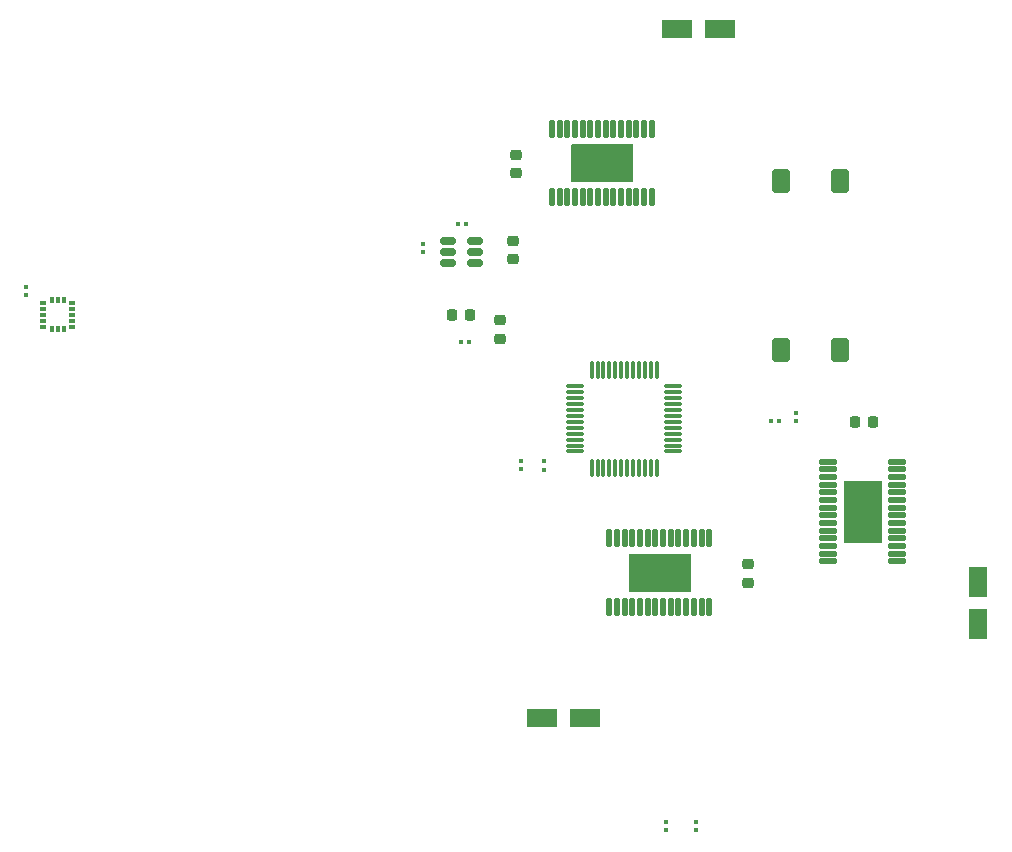
<source format=gbr>
%TF.GenerationSoftware,KiCad,Pcbnew,9.0.3*%
%TF.CreationDate,2026-01-19T22:35:58+02:00*%
%TF.ProjectId,GimbalBoard,47696d62-616c-4426-9f61-72642e6b6963,rev?*%
%TF.SameCoordinates,Original*%
%TF.FileFunction,Paste,Top*%
%TF.FilePolarity,Positive*%
%FSLAX46Y46*%
G04 Gerber Fmt 4.6, Leading zero omitted, Abs format (unit mm)*
G04 Created by KiCad (PCBNEW 9.0.3) date 2026-01-19 22:35:58*
%MOMM*%
%LPD*%
G01*
G04 APERTURE LIST*
G04 Aperture macros list*
%AMRoundRect*
0 Rectangle with rounded corners*
0 $1 Rounding radius*
0 $2 $3 $4 $5 $6 $7 $8 $9 X,Y pos of 4 corners*
0 Add a 4 corners polygon primitive as box body*
4,1,4,$2,$3,$4,$5,$6,$7,$8,$9,$2,$3,0*
0 Add four circle primitives for the rounded corners*
1,1,$1+$1,$2,$3*
1,1,$1+$1,$4,$5*
1,1,$1+$1,$6,$7*
1,1,$1+$1,$8,$9*
0 Add four rect primitives between the rounded corners*
20,1,$1+$1,$2,$3,$4,$5,0*
20,1,$1+$1,$4,$5,$6,$7,0*
20,1,$1+$1,$6,$7,$8,$9,0*
20,1,$1+$1,$8,$9,$2,$3,0*%
G04 Aperture macros list end*
%ADD10C,0.010000*%
%ADD11RoundRect,0.079500X0.100500X-0.079500X0.100500X0.079500X-0.100500X0.079500X-0.100500X-0.079500X0*%
%ADD12RoundRect,0.079500X-0.100500X0.079500X-0.100500X-0.079500X0.100500X-0.079500X0.100500X0.079500X0*%
%ADD13RoundRect,0.079500X-0.079500X-0.100500X0.079500X-0.100500X0.079500X0.100500X-0.079500X0.100500X0*%
%ADD14RoundRect,0.250000X-0.500000X0.750000X-0.500000X-0.750000X0.500000X-0.750000X0.500000X0.750000X0*%
%ADD15RoundRect,0.045000X0.705000X0.180000X-0.705000X0.180000X-0.705000X-0.180000X0.705000X-0.180000X0*%
%ADD16RoundRect,0.250000X-1.050000X-0.550000X1.050000X-0.550000X1.050000X0.550000X-1.050000X0.550000X0*%
%ADD17RoundRect,0.225000X-0.250000X0.225000X-0.250000X-0.225000X0.250000X-0.225000X0.250000X0.225000X0*%
%ADD18RoundRect,0.250000X-0.550000X1.050000X-0.550000X-1.050000X0.550000X-1.050000X0.550000X1.050000X0*%
%ADD19RoundRect,0.225000X0.250000X-0.225000X0.250000X0.225000X-0.250000X0.225000X-0.250000X-0.225000X0*%
%ADD20RoundRect,0.075000X-0.662500X-0.075000X0.662500X-0.075000X0.662500X0.075000X-0.662500X0.075000X0*%
%ADD21RoundRect,0.075000X-0.075000X-0.662500X0.075000X-0.662500X0.075000X0.662500X-0.075000X0.662500X0*%
%ADD22RoundRect,0.250000X1.050000X0.550000X-1.050000X0.550000X-1.050000X-0.550000X1.050000X-0.550000X0*%
%ADD23RoundRect,0.045000X0.180000X-0.705000X0.180000X0.705000X-0.180000X0.705000X-0.180000X-0.705000X0*%
%ADD24RoundRect,0.225000X-0.225000X-0.250000X0.225000X-0.250000X0.225000X0.250000X-0.225000X0.250000X0*%
%ADD25RoundRect,0.079500X0.079500X0.100500X-0.079500X0.100500X-0.079500X-0.100500X0.079500X-0.100500X0*%
%ADD26RoundRect,0.045000X-0.180000X0.705000X-0.180000X-0.705000X0.180000X-0.705000X0.180000X0.705000X0*%
%ADD27RoundRect,0.150000X0.512500X0.150000X-0.512500X0.150000X-0.512500X-0.150000X0.512500X-0.150000X0*%
%ADD28RoundRect,0.225000X0.225000X0.250000X-0.225000X0.250000X-0.225000X-0.250000X0.225000X-0.250000X0*%
%ADD29RoundRect,0.087500X-0.187500X-0.087500X0.187500X-0.087500X0.187500X0.087500X-0.187500X0.087500X0*%
%ADD30RoundRect,0.087500X-0.087500X-0.187500X0.087500X-0.187500X0.087500X0.187500X-0.087500X0.187500X0*%
G04 APERTURE END LIST*
D10*
%TO.C,U6*%
X179058000Y-89061000D02*
X179060000Y-89061000D01*
X179063000Y-89062000D01*
X179065000Y-89062000D01*
X179068000Y-89063000D01*
X179070000Y-89064000D01*
X179073000Y-89065000D01*
X179075000Y-89067000D01*
X179077000Y-89068000D01*
X179079000Y-89070000D01*
X179081000Y-89071000D01*
X179083000Y-89073000D01*
X179085000Y-89075000D01*
X179087000Y-89077000D01*
X179089000Y-89079000D01*
X179090000Y-89081000D01*
X179092000Y-89083000D01*
X179093000Y-89085000D01*
X179095000Y-89087000D01*
X179096000Y-89090000D01*
X179097000Y-89092000D01*
X179098000Y-89095000D01*
X179098000Y-89097000D01*
X179099000Y-89100000D01*
X179099000Y-89102000D01*
X179100000Y-89105000D01*
X179100000Y-89107000D01*
X179100000Y-89110000D01*
X179100000Y-94190000D01*
X179100000Y-94193000D01*
X179100000Y-94195000D01*
X179099000Y-94198000D01*
X179099000Y-94200000D01*
X179098000Y-94203000D01*
X179098000Y-94205000D01*
X179097000Y-94208000D01*
X179096000Y-94210000D01*
X179095000Y-94213000D01*
X179093000Y-94215000D01*
X179092000Y-94217000D01*
X179090000Y-94219000D01*
X179089000Y-94221000D01*
X179087000Y-94223000D01*
X179085000Y-94225000D01*
X179083000Y-94227000D01*
X179081000Y-94229000D01*
X179079000Y-94230000D01*
X179077000Y-94232000D01*
X179075000Y-94233000D01*
X179073000Y-94235000D01*
X179070000Y-94236000D01*
X179068000Y-94237000D01*
X179065000Y-94238000D01*
X179063000Y-94238000D01*
X179060000Y-94239000D01*
X179058000Y-94239000D01*
X179055000Y-94240000D01*
X179053000Y-94240000D01*
X179050000Y-94240000D01*
X176050000Y-94240000D01*
X176047000Y-94240000D01*
X176045000Y-94240000D01*
X176042000Y-94239000D01*
X176040000Y-94239000D01*
X176037000Y-94238000D01*
X176035000Y-94238000D01*
X176032000Y-94237000D01*
X176030000Y-94236000D01*
X176027000Y-94235000D01*
X176025000Y-94233000D01*
X176023000Y-94232000D01*
X176021000Y-94230000D01*
X176019000Y-94229000D01*
X176017000Y-94227000D01*
X176015000Y-94225000D01*
X176013000Y-94223000D01*
X176011000Y-94221000D01*
X176010000Y-94219000D01*
X176008000Y-94217000D01*
X176007000Y-94215000D01*
X176005000Y-94213000D01*
X176004000Y-94210000D01*
X176003000Y-94208000D01*
X176002000Y-94205000D01*
X176002000Y-94203000D01*
X176001000Y-94200000D01*
X176001000Y-94198000D01*
X176000000Y-94195000D01*
X176000000Y-94193000D01*
X176000000Y-94190000D01*
X176000000Y-89110000D01*
X176000000Y-89107000D01*
X176000000Y-89105000D01*
X176001000Y-89102000D01*
X176001000Y-89100000D01*
X176002000Y-89097000D01*
X176002000Y-89095000D01*
X176003000Y-89092000D01*
X176004000Y-89090000D01*
X176005000Y-89087000D01*
X176007000Y-89085000D01*
X176008000Y-89083000D01*
X176010000Y-89081000D01*
X176011000Y-89079000D01*
X176013000Y-89077000D01*
X176015000Y-89075000D01*
X176017000Y-89073000D01*
X176019000Y-89071000D01*
X176021000Y-89070000D01*
X176023000Y-89068000D01*
X176025000Y-89067000D01*
X176027000Y-89065000D01*
X176030000Y-89064000D01*
X176032000Y-89063000D01*
X176035000Y-89062000D01*
X176037000Y-89062000D01*
X176040000Y-89061000D01*
X176042000Y-89061000D01*
X176045000Y-89060000D01*
X176047000Y-89060000D01*
X176050000Y-89060000D01*
X179050000Y-89060000D01*
X179053000Y-89060000D01*
X179055000Y-89060000D01*
X179058000Y-89061000D01*
G36*
X179058000Y-89061000D02*
G01*
X179060000Y-89061000D01*
X179063000Y-89062000D01*
X179065000Y-89062000D01*
X179068000Y-89063000D01*
X179070000Y-89064000D01*
X179073000Y-89065000D01*
X179075000Y-89067000D01*
X179077000Y-89068000D01*
X179079000Y-89070000D01*
X179081000Y-89071000D01*
X179083000Y-89073000D01*
X179085000Y-89075000D01*
X179087000Y-89077000D01*
X179089000Y-89079000D01*
X179090000Y-89081000D01*
X179092000Y-89083000D01*
X179093000Y-89085000D01*
X179095000Y-89087000D01*
X179096000Y-89090000D01*
X179097000Y-89092000D01*
X179098000Y-89095000D01*
X179098000Y-89097000D01*
X179099000Y-89100000D01*
X179099000Y-89102000D01*
X179100000Y-89105000D01*
X179100000Y-89107000D01*
X179100000Y-89110000D01*
X179100000Y-94190000D01*
X179100000Y-94193000D01*
X179100000Y-94195000D01*
X179099000Y-94198000D01*
X179099000Y-94200000D01*
X179098000Y-94203000D01*
X179098000Y-94205000D01*
X179097000Y-94208000D01*
X179096000Y-94210000D01*
X179095000Y-94213000D01*
X179093000Y-94215000D01*
X179092000Y-94217000D01*
X179090000Y-94219000D01*
X179089000Y-94221000D01*
X179087000Y-94223000D01*
X179085000Y-94225000D01*
X179083000Y-94227000D01*
X179081000Y-94229000D01*
X179079000Y-94230000D01*
X179077000Y-94232000D01*
X179075000Y-94233000D01*
X179073000Y-94235000D01*
X179070000Y-94236000D01*
X179068000Y-94237000D01*
X179065000Y-94238000D01*
X179063000Y-94238000D01*
X179060000Y-94239000D01*
X179058000Y-94239000D01*
X179055000Y-94240000D01*
X179053000Y-94240000D01*
X179050000Y-94240000D01*
X176050000Y-94240000D01*
X176047000Y-94240000D01*
X176045000Y-94240000D01*
X176042000Y-94239000D01*
X176040000Y-94239000D01*
X176037000Y-94238000D01*
X176035000Y-94238000D01*
X176032000Y-94237000D01*
X176030000Y-94236000D01*
X176027000Y-94235000D01*
X176025000Y-94233000D01*
X176023000Y-94232000D01*
X176021000Y-94230000D01*
X176019000Y-94229000D01*
X176017000Y-94227000D01*
X176015000Y-94225000D01*
X176013000Y-94223000D01*
X176011000Y-94221000D01*
X176010000Y-94219000D01*
X176008000Y-94217000D01*
X176007000Y-94215000D01*
X176005000Y-94213000D01*
X176004000Y-94210000D01*
X176003000Y-94208000D01*
X176002000Y-94205000D01*
X176002000Y-94203000D01*
X176001000Y-94200000D01*
X176001000Y-94198000D01*
X176000000Y-94195000D01*
X176000000Y-94193000D01*
X176000000Y-94190000D01*
X176000000Y-89110000D01*
X176000000Y-89107000D01*
X176000000Y-89105000D01*
X176001000Y-89102000D01*
X176001000Y-89100000D01*
X176002000Y-89097000D01*
X176002000Y-89095000D01*
X176003000Y-89092000D01*
X176004000Y-89090000D01*
X176005000Y-89087000D01*
X176007000Y-89085000D01*
X176008000Y-89083000D01*
X176010000Y-89081000D01*
X176011000Y-89079000D01*
X176013000Y-89077000D01*
X176015000Y-89075000D01*
X176017000Y-89073000D01*
X176019000Y-89071000D01*
X176021000Y-89070000D01*
X176023000Y-89068000D01*
X176025000Y-89067000D01*
X176027000Y-89065000D01*
X176030000Y-89064000D01*
X176032000Y-89063000D01*
X176035000Y-89062000D01*
X176037000Y-89062000D01*
X176040000Y-89061000D01*
X176042000Y-89061000D01*
X176045000Y-89060000D01*
X176047000Y-89060000D01*
X176050000Y-89060000D01*
X179050000Y-89060000D01*
X179053000Y-89060000D01*
X179055000Y-89060000D01*
X179058000Y-89061000D01*
G37*
%TO.C,U3*%
X162898000Y-95251000D02*
X162900000Y-95251000D01*
X162903000Y-95252000D01*
X162905000Y-95252000D01*
X162908000Y-95253000D01*
X162910000Y-95254000D01*
X162913000Y-95255000D01*
X162915000Y-95257000D01*
X162917000Y-95258000D01*
X162919000Y-95260000D01*
X162921000Y-95261000D01*
X162923000Y-95263000D01*
X162925000Y-95265000D01*
X162927000Y-95267000D01*
X162929000Y-95269000D01*
X162930000Y-95271000D01*
X162932000Y-95273000D01*
X162933000Y-95275000D01*
X162935000Y-95277000D01*
X162936000Y-95280000D01*
X162937000Y-95282000D01*
X162938000Y-95285000D01*
X162938000Y-95287000D01*
X162939000Y-95290000D01*
X162939000Y-95292000D01*
X162940000Y-95295000D01*
X162940000Y-95297000D01*
X162940000Y-95300000D01*
X162940000Y-98300000D01*
X162940000Y-98303000D01*
X162940000Y-98305000D01*
X162939000Y-98308000D01*
X162939000Y-98310000D01*
X162938000Y-98313000D01*
X162938000Y-98315000D01*
X162937000Y-98318000D01*
X162936000Y-98320000D01*
X162935000Y-98323000D01*
X162933000Y-98325000D01*
X162932000Y-98327000D01*
X162930000Y-98329000D01*
X162929000Y-98331000D01*
X162927000Y-98333000D01*
X162925000Y-98335000D01*
X162923000Y-98337000D01*
X162921000Y-98339000D01*
X162919000Y-98340000D01*
X162917000Y-98342000D01*
X162915000Y-98343000D01*
X162913000Y-98345000D01*
X162910000Y-98346000D01*
X162908000Y-98347000D01*
X162905000Y-98348000D01*
X162903000Y-98348000D01*
X162900000Y-98349000D01*
X162898000Y-98349000D01*
X162895000Y-98350000D01*
X162893000Y-98350000D01*
X162890000Y-98350000D01*
X157810000Y-98350000D01*
X157807000Y-98350000D01*
X157805000Y-98350000D01*
X157802000Y-98349000D01*
X157800000Y-98349000D01*
X157797000Y-98348000D01*
X157795000Y-98348000D01*
X157792000Y-98347000D01*
X157790000Y-98346000D01*
X157787000Y-98345000D01*
X157785000Y-98343000D01*
X157783000Y-98342000D01*
X157781000Y-98340000D01*
X157779000Y-98339000D01*
X157777000Y-98337000D01*
X157775000Y-98335000D01*
X157773000Y-98333000D01*
X157771000Y-98331000D01*
X157770000Y-98329000D01*
X157768000Y-98327000D01*
X157767000Y-98325000D01*
X157765000Y-98323000D01*
X157764000Y-98320000D01*
X157763000Y-98318000D01*
X157762000Y-98315000D01*
X157762000Y-98313000D01*
X157761000Y-98310000D01*
X157761000Y-98308000D01*
X157760000Y-98305000D01*
X157760000Y-98303000D01*
X157760000Y-98300000D01*
X157760000Y-95300000D01*
X157760000Y-95297000D01*
X157760000Y-95295000D01*
X157761000Y-95292000D01*
X157761000Y-95290000D01*
X157762000Y-95287000D01*
X157762000Y-95285000D01*
X157763000Y-95282000D01*
X157764000Y-95280000D01*
X157765000Y-95277000D01*
X157767000Y-95275000D01*
X157768000Y-95273000D01*
X157770000Y-95271000D01*
X157771000Y-95269000D01*
X157773000Y-95267000D01*
X157775000Y-95265000D01*
X157777000Y-95263000D01*
X157779000Y-95261000D01*
X157781000Y-95260000D01*
X157783000Y-95258000D01*
X157785000Y-95257000D01*
X157787000Y-95255000D01*
X157790000Y-95254000D01*
X157792000Y-95253000D01*
X157795000Y-95252000D01*
X157797000Y-95252000D01*
X157800000Y-95251000D01*
X157802000Y-95251000D01*
X157805000Y-95250000D01*
X157807000Y-95250000D01*
X157810000Y-95250000D01*
X162890000Y-95250000D01*
X162893000Y-95250000D01*
X162895000Y-95250000D01*
X162898000Y-95251000D01*
G36*
X162898000Y-95251000D02*
G01*
X162900000Y-95251000D01*
X162903000Y-95252000D01*
X162905000Y-95252000D01*
X162908000Y-95253000D01*
X162910000Y-95254000D01*
X162913000Y-95255000D01*
X162915000Y-95257000D01*
X162917000Y-95258000D01*
X162919000Y-95260000D01*
X162921000Y-95261000D01*
X162923000Y-95263000D01*
X162925000Y-95265000D01*
X162927000Y-95267000D01*
X162929000Y-95269000D01*
X162930000Y-95271000D01*
X162932000Y-95273000D01*
X162933000Y-95275000D01*
X162935000Y-95277000D01*
X162936000Y-95280000D01*
X162937000Y-95282000D01*
X162938000Y-95285000D01*
X162938000Y-95287000D01*
X162939000Y-95290000D01*
X162939000Y-95292000D01*
X162940000Y-95295000D01*
X162940000Y-95297000D01*
X162940000Y-95300000D01*
X162940000Y-98300000D01*
X162940000Y-98303000D01*
X162940000Y-98305000D01*
X162939000Y-98308000D01*
X162939000Y-98310000D01*
X162938000Y-98313000D01*
X162938000Y-98315000D01*
X162937000Y-98318000D01*
X162936000Y-98320000D01*
X162935000Y-98323000D01*
X162933000Y-98325000D01*
X162932000Y-98327000D01*
X162930000Y-98329000D01*
X162929000Y-98331000D01*
X162927000Y-98333000D01*
X162925000Y-98335000D01*
X162923000Y-98337000D01*
X162921000Y-98339000D01*
X162919000Y-98340000D01*
X162917000Y-98342000D01*
X162915000Y-98343000D01*
X162913000Y-98345000D01*
X162910000Y-98346000D01*
X162908000Y-98347000D01*
X162905000Y-98348000D01*
X162903000Y-98348000D01*
X162900000Y-98349000D01*
X162898000Y-98349000D01*
X162895000Y-98350000D01*
X162893000Y-98350000D01*
X162890000Y-98350000D01*
X157810000Y-98350000D01*
X157807000Y-98350000D01*
X157805000Y-98350000D01*
X157802000Y-98349000D01*
X157800000Y-98349000D01*
X157797000Y-98348000D01*
X157795000Y-98348000D01*
X157792000Y-98347000D01*
X157790000Y-98346000D01*
X157787000Y-98345000D01*
X157785000Y-98343000D01*
X157783000Y-98342000D01*
X157781000Y-98340000D01*
X157779000Y-98339000D01*
X157777000Y-98337000D01*
X157775000Y-98335000D01*
X157773000Y-98333000D01*
X157771000Y-98331000D01*
X157770000Y-98329000D01*
X157768000Y-98327000D01*
X157767000Y-98325000D01*
X157765000Y-98323000D01*
X157764000Y-98320000D01*
X157763000Y-98318000D01*
X157762000Y-98315000D01*
X157762000Y-98313000D01*
X157761000Y-98310000D01*
X157761000Y-98308000D01*
X157760000Y-98305000D01*
X157760000Y-98303000D01*
X157760000Y-98300000D01*
X157760000Y-95300000D01*
X157760000Y-95297000D01*
X157760000Y-95295000D01*
X157761000Y-95292000D01*
X157761000Y-95290000D01*
X157762000Y-95287000D01*
X157762000Y-95285000D01*
X157763000Y-95282000D01*
X157764000Y-95280000D01*
X157765000Y-95277000D01*
X157767000Y-95275000D01*
X157768000Y-95273000D01*
X157770000Y-95271000D01*
X157771000Y-95269000D01*
X157773000Y-95267000D01*
X157775000Y-95265000D01*
X157777000Y-95263000D01*
X157779000Y-95261000D01*
X157781000Y-95260000D01*
X157783000Y-95258000D01*
X157785000Y-95257000D01*
X157787000Y-95255000D01*
X157790000Y-95254000D01*
X157792000Y-95253000D01*
X157795000Y-95252000D01*
X157797000Y-95252000D01*
X157800000Y-95251000D01*
X157802000Y-95251000D01*
X157805000Y-95250000D01*
X157807000Y-95250000D01*
X157810000Y-95250000D01*
X162890000Y-95250000D01*
X162893000Y-95250000D01*
X162895000Y-95250000D01*
X162898000Y-95251000D01*
G37*
%TO.C,U5*%
X158028000Y-60576000D02*
X158030000Y-60576000D01*
X158033000Y-60577000D01*
X158035000Y-60577000D01*
X158038000Y-60578000D01*
X158040000Y-60579000D01*
X158043000Y-60580000D01*
X158045000Y-60582000D01*
X158047000Y-60583000D01*
X158049000Y-60585000D01*
X158051000Y-60586000D01*
X158053000Y-60588000D01*
X158055000Y-60590000D01*
X158057000Y-60592000D01*
X158059000Y-60594000D01*
X158060000Y-60596000D01*
X158062000Y-60598000D01*
X158063000Y-60600000D01*
X158065000Y-60602000D01*
X158066000Y-60605000D01*
X158067000Y-60607000D01*
X158068000Y-60610000D01*
X158068000Y-60612000D01*
X158069000Y-60615000D01*
X158069000Y-60617000D01*
X158070000Y-60620000D01*
X158070000Y-60622000D01*
X158070000Y-60625000D01*
X158070000Y-63625000D01*
X158070000Y-63628000D01*
X158070000Y-63630000D01*
X158069000Y-63633000D01*
X158069000Y-63635000D01*
X158068000Y-63638000D01*
X158068000Y-63640000D01*
X158067000Y-63643000D01*
X158066000Y-63645000D01*
X158065000Y-63648000D01*
X158063000Y-63650000D01*
X158062000Y-63652000D01*
X158060000Y-63654000D01*
X158059000Y-63656000D01*
X158057000Y-63658000D01*
X158055000Y-63660000D01*
X158053000Y-63662000D01*
X158051000Y-63664000D01*
X158049000Y-63665000D01*
X158047000Y-63667000D01*
X158045000Y-63668000D01*
X158043000Y-63670000D01*
X158040000Y-63671000D01*
X158038000Y-63672000D01*
X158035000Y-63673000D01*
X158033000Y-63673000D01*
X158030000Y-63674000D01*
X158028000Y-63674000D01*
X158025000Y-63675000D01*
X158023000Y-63675000D01*
X158020000Y-63675000D01*
X152940000Y-63675000D01*
X152937000Y-63675000D01*
X152935000Y-63675000D01*
X152932000Y-63674000D01*
X152930000Y-63674000D01*
X152927000Y-63673000D01*
X152925000Y-63673000D01*
X152922000Y-63672000D01*
X152920000Y-63671000D01*
X152917000Y-63670000D01*
X152915000Y-63668000D01*
X152913000Y-63667000D01*
X152911000Y-63665000D01*
X152909000Y-63664000D01*
X152907000Y-63662000D01*
X152905000Y-63660000D01*
X152903000Y-63658000D01*
X152901000Y-63656000D01*
X152900000Y-63654000D01*
X152898000Y-63652000D01*
X152897000Y-63650000D01*
X152895000Y-63648000D01*
X152894000Y-63645000D01*
X152893000Y-63643000D01*
X152892000Y-63640000D01*
X152892000Y-63638000D01*
X152891000Y-63635000D01*
X152891000Y-63633000D01*
X152890000Y-63630000D01*
X152890000Y-63628000D01*
X152890000Y-63625000D01*
X152890000Y-60625000D01*
X152890000Y-60622000D01*
X152890000Y-60620000D01*
X152891000Y-60617000D01*
X152891000Y-60615000D01*
X152892000Y-60612000D01*
X152892000Y-60610000D01*
X152893000Y-60607000D01*
X152894000Y-60605000D01*
X152895000Y-60602000D01*
X152897000Y-60600000D01*
X152898000Y-60598000D01*
X152900000Y-60596000D01*
X152901000Y-60594000D01*
X152903000Y-60592000D01*
X152905000Y-60590000D01*
X152907000Y-60588000D01*
X152909000Y-60586000D01*
X152911000Y-60585000D01*
X152913000Y-60583000D01*
X152915000Y-60582000D01*
X152917000Y-60580000D01*
X152920000Y-60579000D01*
X152922000Y-60578000D01*
X152925000Y-60577000D01*
X152927000Y-60577000D01*
X152930000Y-60576000D01*
X152932000Y-60576000D01*
X152935000Y-60575000D01*
X152937000Y-60575000D01*
X152940000Y-60575000D01*
X158020000Y-60575000D01*
X158023000Y-60575000D01*
X158025000Y-60575000D01*
X158028000Y-60576000D01*
G36*
X158028000Y-60576000D02*
G01*
X158030000Y-60576000D01*
X158033000Y-60577000D01*
X158035000Y-60577000D01*
X158038000Y-60578000D01*
X158040000Y-60579000D01*
X158043000Y-60580000D01*
X158045000Y-60582000D01*
X158047000Y-60583000D01*
X158049000Y-60585000D01*
X158051000Y-60586000D01*
X158053000Y-60588000D01*
X158055000Y-60590000D01*
X158057000Y-60592000D01*
X158059000Y-60594000D01*
X158060000Y-60596000D01*
X158062000Y-60598000D01*
X158063000Y-60600000D01*
X158065000Y-60602000D01*
X158066000Y-60605000D01*
X158067000Y-60607000D01*
X158068000Y-60610000D01*
X158068000Y-60612000D01*
X158069000Y-60615000D01*
X158069000Y-60617000D01*
X158070000Y-60620000D01*
X158070000Y-60622000D01*
X158070000Y-60625000D01*
X158070000Y-63625000D01*
X158070000Y-63628000D01*
X158070000Y-63630000D01*
X158069000Y-63633000D01*
X158069000Y-63635000D01*
X158068000Y-63638000D01*
X158068000Y-63640000D01*
X158067000Y-63643000D01*
X158066000Y-63645000D01*
X158065000Y-63648000D01*
X158063000Y-63650000D01*
X158062000Y-63652000D01*
X158060000Y-63654000D01*
X158059000Y-63656000D01*
X158057000Y-63658000D01*
X158055000Y-63660000D01*
X158053000Y-63662000D01*
X158051000Y-63664000D01*
X158049000Y-63665000D01*
X158047000Y-63667000D01*
X158045000Y-63668000D01*
X158043000Y-63670000D01*
X158040000Y-63671000D01*
X158038000Y-63672000D01*
X158035000Y-63673000D01*
X158033000Y-63673000D01*
X158030000Y-63674000D01*
X158028000Y-63674000D01*
X158025000Y-63675000D01*
X158023000Y-63675000D01*
X158020000Y-63675000D01*
X152940000Y-63675000D01*
X152937000Y-63675000D01*
X152935000Y-63675000D01*
X152932000Y-63674000D01*
X152930000Y-63674000D01*
X152927000Y-63673000D01*
X152925000Y-63673000D01*
X152922000Y-63672000D01*
X152920000Y-63671000D01*
X152917000Y-63670000D01*
X152915000Y-63668000D01*
X152913000Y-63667000D01*
X152911000Y-63665000D01*
X152909000Y-63664000D01*
X152907000Y-63662000D01*
X152905000Y-63660000D01*
X152903000Y-63658000D01*
X152901000Y-63656000D01*
X152900000Y-63654000D01*
X152898000Y-63652000D01*
X152897000Y-63650000D01*
X152895000Y-63648000D01*
X152894000Y-63645000D01*
X152893000Y-63643000D01*
X152892000Y-63640000D01*
X152892000Y-63638000D01*
X152891000Y-63635000D01*
X152891000Y-63633000D01*
X152890000Y-63630000D01*
X152890000Y-63628000D01*
X152890000Y-63625000D01*
X152890000Y-60625000D01*
X152890000Y-60622000D01*
X152890000Y-60620000D01*
X152891000Y-60617000D01*
X152891000Y-60615000D01*
X152892000Y-60612000D01*
X152892000Y-60610000D01*
X152893000Y-60607000D01*
X152894000Y-60605000D01*
X152895000Y-60602000D01*
X152897000Y-60600000D01*
X152898000Y-60598000D01*
X152900000Y-60596000D01*
X152901000Y-60594000D01*
X152903000Y-60592000D01*
X152905000Y-60590000D01*
X152907000Y-60588000D01*
X152909000Y-60586000D01*
X152911000Y-60585000D01*
X152913000Y-60583000D01*
X152915000Y-60582000D01*
X152917000Y-60580000D01*
X152920000Y-60579000D01*
X152922000Y-60578000D01*
X152925000Y-60577000D01*
X152927000Y-60577000D01*
X152930000Y-60576000D01*
X152932000Y-60576000D01*
X152935000Y-60575000D01*
X152937000Y-60575000D01*
X152940000Y-60575000D01*
X158020000Y-60575000D01*
X158023000Y-60575000D01*
X158025000Y-60575000D01*
X158028000Y-60576000D01*
G37*
%TD*%
D11*
%TO.C,R5*%
X140325000Y-69665000D03*
X140325000Y-68975000D03*
%TD*%
D12*
%TO.C,D2*%
X171955000Y-83335000D03*
X171955000Y-84025000D03*
%TD*%
D13*
%TO.C,R6*%
X169810000Y-84000000D03*
X170500000Y-84000000D03*
%TD*%
D14*
%TO.C,ToggleBtn1*%
X175650000Y-63650000D03*
X175650000Y-77950000D03*
X170650000Y-63650000D03*
X170650000Y-77950000D03*
%TD*%
D15*
%TO.C,U6*%
X180450000Y-95875000D03*
X180450000Y-95225000D03*
X180450000Y-94575000D03*
X180450000Y-93925000D03*
X180450000Y-93275000D03*
X180450000Y-92625000D03*
X180450000Y-91975000D03*
X180450000Y-91325000D03*
X180450000Y-90675000D03*
X180450000Y-90025000D03*
X180450000Y-89375000D03*
X180450000Y-88725000D03*
X180450000Y-88075000D03*
X180450000Y-87425000D03*
X174650000Y-87425000D03*
X174650000Y-88075000D03*
X174650000Y-88725000D03*
X174650000Y-89375000D03*
X174650000Y-90025000D03*
X174650000Y-90675000D03*
X174650000Y-91325000D03*
X174650000Y-91975000D03*
X174650000Y-92625000D03*
X174650000Y-93275000D03*
X174650000Y-93925000D03*
X174650000Y-94575000D03*
X174650000Y-95225000D03*
X174650000Y-95875000D03*
%TD*%
D11*
%TO.C,R8*%
X160895000Y-118600000D03*
X160895000Y-117910000D03*
%TD*%
D12*
%TO.C,R1*%
X150550000Y-87405000D03*
X150550000Y-88095000D03*
%TD*%
%TO.C,R7*%
X148650000Y-87380000D03*
X148650000Y-88070000D03*
%TD*%
D16*
%TO.C,C3*%
X150455000Y-109125000D03*
X154055000Y-109125000D03*
%TD*%
D17*
%TO.C,C16*%
X147975000Y-68720000D03*
X147975000Y-70270000D03*
%TD*%
D11*
%TO.C,R9*%
X163495000Y-118600000D03*
X163495000Y-117910000D03*
%TD*%
D18*
%TO.C,C8*%
X187350000Y-97600000D03*
X187350000Y-101200000D03*
%TD*%
D19*
%TO.C,C5*%
X167855000Y-97675000D03*
X167855000Y-96125000D03*
%TD*%
D20*
%TO.C,U1*%
X153212500Y-81062500D03*
X153212500Y-81562500D03*
X153212500Y-82062500D03*
X153212500Y-82562500D03*
X153212500Y-83062500D03*
X153212500Y-83562500D03*
X153212500Y-84062500D03*
X153212500Y-84562500D03*
X153212500Y-85062500D03*
X153212500Y-85562500D03*
X153212500Y-86062500D03*
X153212500Y-86562500D03*
D21*
X154625000Y-87975000D03*
X155125000Y-87975000D03*
X155625000Y-87975000D03*
X156125000Y-87975000D03*
X156625000Y-87975000D03*
X157125000Y-87975000D03*
X157625000Y-87975000D03*
X158125000Y-87975000D03*
X158625000Y-87975000D03*
X159125000Y-87975000D03*
X159625000Y-87975000D03*
X160125000Y-87975000D03*
D20*
X161537500Y-86562500D03*
X161537500Y-86062500D03*
X161537500Y-85562500D03*
X161537500Y-85062500D03*
X161537500Y-84562500D03*
X161537500Y-84062500D03*
X161537500Y-83562500D03*
X161537500Y-83062500D03*
X161537500Y-82562500D03*
X161537500Y-82062500D03*
X161537500Y-81562500D03*
X161537500Y-81062500D03*
D21*
X160125000Y-79650000D03*
X159625000Y-79650000D03*
X159125000Y-79650000D03*
X158625000Y-79650000D03*
X158125000Y-79650000D03*
X157625000Y-79650000D03*
X157125000Y-79650000D03*
X156625000Y-79650000D03*
X156125000Y-79650000D03*
X155625000Y-79650000D03*
X155125000Y-79650000D03*
X154625000Y-79650000D03*
%TD*%
D22*
%TO.C,C11*%
X165450000Y-50825000D03*
X161850000Y-50825000D03*
%TD*%
D17*
%TO.C,C9*%
X148200000Y-61425000D03*
X148200000Y-62975000D03*
%TD*%
D23*
%TO.C,U3*%
X156125000Y-99700000D03*
X156775000Y-99700000D03*
X157425000Y-99700000D03*
X158075000Y-99700000D03*
X158725000Y-99700000D03*
X159375000Y-99700000D03*
X160025000Y-99700000D03*
X160675000Y-99700000D03*
X161325000Y-99700000D03*
X161975000Y-99700000D03*
X162625000Y-99700000D03*
X163275000Y-99700000D03*
X163925000Y-99700000D03*
X164575000Y-99700000D03*
X164575000Y-93900000D03*
X163925000Y-93900000D03*
X163275000Y-93900000D03*
X162625000Y-93900000D03*
X161975000Y-93900000D03*
X161325000Y-93900000D03*
X160675000Y-93900000D03*
X160025000Y-93900000D03*
X159375000Y-93900000D03*
X158725000Y-93900000D03*
X158075000Y-93900000D03*
X157425000Y-93900000D03*
X156775000Y-93900000D03*
X156125000Y-93900000D03*
%TD*%
D19*
%TO.C,C18*%
X146825000Y-77020000D03*
X146825000Y-75470000D03*
%TD*%
D24*
%TO.C,C17*%
X142800000Y-74995000D03*
X144350000Y-74995000D03*
%TD*%
D25*
%TO.C,L1*%
X144265000Y-77320000D03*
X143575000Y-77320000D03*
%TD*%
D13*
%TO.C,R4*%
X143305000Y-67320000D03*
X143995000Y-67320000D03*
%TD*%
D26*
%TO.C,U5*%
X159705000Y-59225000D03*
X159055000Y-59225000D03*
X158405000Y-59225000D03*
X157755000Y-59225000D03*
X157105000Y-59225000D03*
X156455000Y-59225000D03*
X155805000Y-59225000D03*
X155155000Y-59225000D03*
X154505000Y-59225000D03*
X153855000Y-59225000D03*
X153205000Y-59225000D03*
X152555000Y-59225000D03*
X151905000Y-59225000D03*
X151255000Y-59225000D03*
X151255000Y-65025000D03*
X151905000Y-65025000D03*
X152555000Y-65025000D03*
X153205000Y-65025000D03*
X153855000Y-65025000D03*
X154505000Y-65025000D03*
X155155000Y-65025000D03*
X155805000Y-65025000D03*
X156455000Y-65025000D03*
X157105000Y-65025000D03*
X157755000Y-65025000D03*
X158405000Y-65025000D03*
X159055000Y-65025000D03*
X159705000Y-65025000D03*
%TD*%
D27*
%TO.C,U7*%
X144760002Y-70620000D03*
X144760002Y-69670000D03*
X144760002Y-68720000D03*
X142485002Y-68720000D03*
X142485002Y-69670000D03*
X142485002Y-70620000D03*
%TD*%
D28*
%TO.C,C6*%
X178450000Y-84100000D03*
X176900000Y-84100000D03*
%TD*%
D12*
%TO.C,R2*%
X106750000Y-72650000D03*
X106750000Y-73340000D03*
%TD*%
D29*
%TO.C,U2*%
X108200000Y-74000000D03*
X108200000Y-74500000D03*
X108200000Y-75000000D03*
X108200000Y-75500000D03*
X108200000Y-76000000D03*
D30*
X108925000Y-76225000D03*
X109425000Y-76225000D03*
X109925000Y-76225000D03*
D29*
X110650000Y-76000000D03*
X110650000Y-75500000D03*
X110650000Y-75000000D03*
X110650000Y-74500000D03*
X110650000Y-74000000D03*
D30*
X109925000Y-73775000D03*
X109425000Y-73775000D03*
X108925000Y-73775000D03*
%TD*%
M02*

</source>
